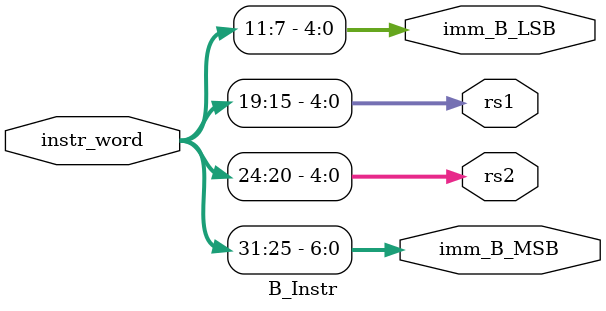
<source format=v>
`timescale 1ns / 1ps


module B_Instr(
    input [31:0] instr_word,
    output reg[6:0] imm_B_MSB,
    output reg[4:0] rs2,
    output reg[4:0] rs1,
    output reg[4:0] imm_B_LSB
    );
    always @(instr_word)

        begin
            imm_B_MSB = instr_word[31:25];
            rs2 = instr_word[24:20];
            rs1 = instr_word[19:15];
            imm_B_LSB = instr_word[11:7];
        end
endmodule

</source>
